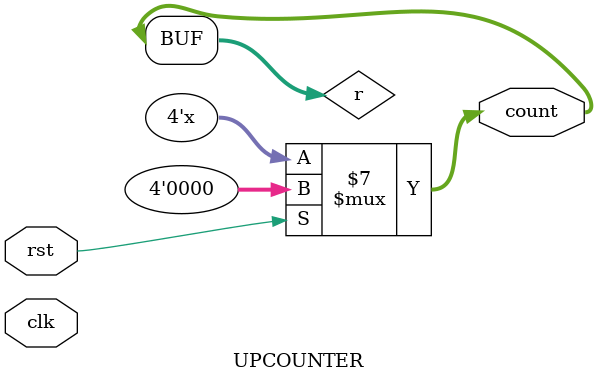
<source format=v>
`timescale 1ns / 1ps


module UPCOUNTER(
    input rst,
    input clk,
   output [3:0] count
    );
    
   reg [3:0]r;
   assign count=r ;
   initial
   begin 
   r=0;
   end
    
    always@( clk,rst)
  begin
  
    if (rst==1)
    r<=0;
    else
    r= r+1; 
    if (r==16)
    r<=0;
    end
    
    
 endmodule
    
   
   
  
  
    
    


</source>
